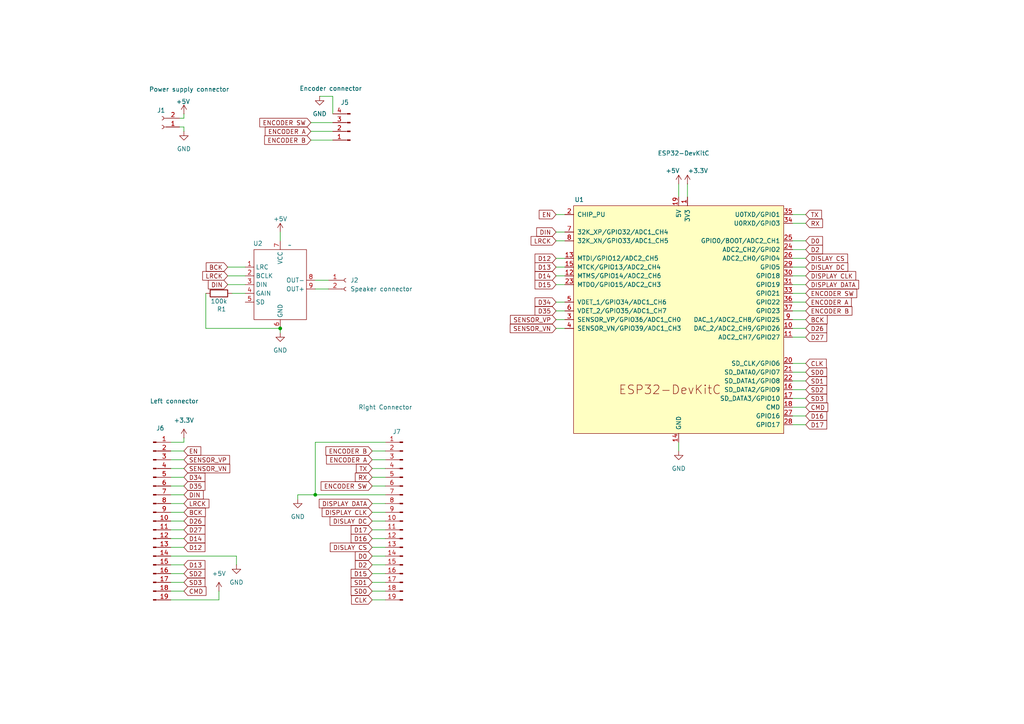
<source format=kicad_sch>
(kicad_sch (version 20231120) (generator "eeschema") (generator_version "8.0")
  (paper "A4")
  (title_block (title "Multi Room Room Board MAX98357A") (rev "1") (company "A Industriosa"))
  (lib_symbols
    (symbol "Connector:Conn_01x02_Socket" (pin_names (offset 1.016) hide)
      (property "Reference" "J" (at 0 2.54 0))
      (property "Value" "Conn_01x02_Socket" (at 0 -5.08 0))
      (symbol "Conn_01x02_Socket_1_1"
        (arc (start 0 -2.032) (mid -0.5058 -2.54) (end 0 -3.048) (stroke (width 0.1524)))
        (polyline (pts (xy -1.27 -2.54) (xy -0.508 -2.54)) (stroke (width 0.1524)))
        (polyline (pts (xy -1.27 0) (xy -0.508 0)) (stroke (width 0.1524)))
        (arc (start 0 0.508) (mid -0.5058 0) (end 0 -0.508) (stroke (width 0.1524)))
        (pin passive line (at -5.08 0 0) (length 3.81) (name "Pin_1") (number "1"))
        (pin passive line (at -5.08 -2.54 0) (length 3.81) (name "Pin_2") (number "2"))
      )
    )
    (symbol "Connector:Conn_01x04_Pin" (pin_names (offset 1.016) hide)
      (property "Reference" "J" (at 0 5.08 0))
      (property "Value" "Conn_01x04_Pin" (at 0 -7.62 0))
      (symbol "Conn_01x04_Pin_1_1"
        (polyline (pts (xy 1.27 -5.08) (xy 0.8636 -5.08)) (stroke (width 0.1524)))
        (polyline (pts (xy 1.27 -2.54) (xy 0.8636 -2.54)) (stroke (width 0.1524)))
        (polyline (pts (xy 1.27 0) (xy 0.8636 0)) (stroke (width 0.1524)))
        (polyline (pts (xy 1.27 2.54) (xy 0.8636 2.54)) (stroke (width 0.1524)))
        (rectangle (start 0.8636 -4.953) (end 0 -5.207) (stroke (width 0.1524)) (fill (type outline)))
        (rectangle (start 0.8636 -2.413) (end 0 -2.667) (stroke (width 0.1524)) (fill (type outline)))
        (rectangle (start 0.8636 0.127) (end 0 -0.127) (stroke (width 0.1524)) (fill (type outline)))
        (rectangle (start 0.8636 2.667) (end 0 2.413) (stroke (width 0.1524)) (fill (type outline)))
        (pin passive line (at 5.08 2.54 180) (length 3.81) (name "Pin_1") (number "1"))
        (pin passive line (at 5.08 0 180) (length 3.81) (name "Pin_2") (number "2"))
        (pin passive line (at 5.08 -2.54 180) (length 3.81) (name "Pin_3") (number "3"))
        (pin passive line (at 5.08 -5.08 180) (length 3.81) (name "Pin_4") (number "4"))
      )
    )
    (symbol "Connector:Conn_01x19_Pin" (pin_names (offset 1.016) hide)
      (property "Reference" "J" (at 0 25.4 0))
      (property "Value" "Conn_01x19_Pin" (at 0 -25.4 0))
      (symbol "Conn_01x19_Pin_1_1"
        (polyline (pts (xy 1.27 -22.86) (xy 0.8636 -22.86)) (stroke (width 0.1524)))
        (polyline (pts (xy 1.27 -20.32) (xy 0.8636 -20.32)) (stroke (width 0.1524)))
        (polyline (pts (xy 1.27 -17.78) (xy 0.8636 -17.78)) (stroke (width 0.1524)))
        (polyline (pts (xy 1.27 -15.24) (xy 0.8636 -15.24)) (stroke (width 0.1524)))
        (polyline (pts (xy 1.27 -12.7) (xy 0.8636 -12.7)) (stroke (width 0.1524)))
        (polyline (pts (xy 1.27 -10.16) (xy 0.8636 -10.16)) (stroke (width 0.1524)))
        (polyline (pts (xy 1.27 -7.62) (xy 0.8636 -7.62)) (stroke (width 0.1524)))
        (polyline (pts (xy 1.27 -5.08) (xy 0.8636 -5.08)) (stroke (width 0.1524)))
        (polyline (pts (xy 1.27 -2.54) (xy 0.8636 -2.54)) (stroke (width 0.1524)))
        (polyline (pts (xy 1.27 0) (xy 0.8636 0)) (stroke (width 0.1524)))
        (polyline (pts (xy 1.27 2.54) (xy 0.8636 2.54)) (stroke (width 0.1524)))
        (polyline (pts (xy 1.27 5.08) (xy 0.8636 5.08)) (stroke (width 0.1524)))
        (polyline (pts (xy 1.27 7.62) (xy 0.8636 7.62)) (stroke (width 0.1524)))
        (polyline (pts (xy 1.27 10.16) (xy 0.8636 10.16)) (stroke (width 0.1524)))
        (polyline (pts (xy 1.27 12.7) (xy 0.8636 12.7)) (stroke (width 0.1524)))
        (polyline (pts (xy 1.27 15.24) (xy 0.8636 15.24)) (stroke (width 0.1524)))
        (polyline (pts (xy 1.27 17.78) (xy 0.8636 17.78)) (stroke (width 0.1524)))
        (polyline (pts (xy 1.27 20.32) (xy 0.8636 20.32)) (stroke (width 0.1524)))
        (polyline (pts (xy 1.27 22.86) (xy 0.8636 22.86)) (stroke (width 0.1524)))
        (rectangle (start 0.8636 -22.733) (end 0 -22.987) (stroke (width 0.1524)) (fill (type outline)))
        (rectangle (start 0.8636 -20.193) (end 0 -20.447) (stroke (width 0.1524)) (fill (type outline)))
        (rectangle (start 0.8636 -17.653) (end 0 -17.907) (stroke (width 0.1524)) (fill (type outline)))
        (rectangle (start 0.8636 -15.113) (end 0 -15.367) (stroke (width 0.1524)) (fill (type outline)))
        (rectangle (start 0.8636 -12.573) (end 0 -12.827) (stroke (width 0.1524)) (fill (type outline)))
        (rectangle (start 0.8636 -10.033) (end 0 -10.287) (stroke (width 0.1524)) (fill (type outline)))
        (rectangle (start 0.8636 -7.493) (end 0 -7.747) (stroke (width 0.1524)) (fill (type outline)))
        (rectangle (start 0.8636 -4.953) (end 0 -5.207) (stroke (width 0.1524)) (fill (type outline)))
        (rectangle (start 0.8636 -2.413) (end 0 -2.667) (stroke (width 0.1524)) (fill (type outline)))
        (rectangle (start 0.8636 0.127) (end 0 -0.127) (stroke (width 0.1524)) (fill (type outline)))
        (rectangle (start 0.8636 2.667) (end 0 2.413) (stroke (width 0.1524)) (fill (type outline)))
        (rectangle (start 0.8636 5.207) (end 0 4.953) (stroke (width 0.1524)) (fill (type outline)))
        (rectangle (start 0.8636 7.747) (end 0 7.493) (stroke (width 0.1524)) (fill (type outline)))
        (rectangle (start 0.8636 10.287) (end 0 10.033) (stroke (width 0.1524)) (fill (type outline)))
        (rectangle (start 0.8636 12.827) (end 0 12.573) (stroke (width 0.1524)) (fill (type outline)))
        (rectangle (start 0.8636 15.367) (end 0 15.113) (stroke (width 0.1524)) (fill (type outline)))
        (rectangle (start 0.8636 17.907) (end 0 17.653) (stroke (width 0.1524)) (fill (type outline)))
        (rectangle (start 0.8636 20.447) (end 0 20.193) (stroke (width 0.1524)) (fill (type outline)))
        (rectangle (start 0.8636 22.987) (end 0 22.733) (stroke (width 0.1524)) (fill (type outline)))
        (pin passive line (at 5.08 22.86 180) (length 3.81) (name "Pin_1") (number "1"))
        (pin passive line (at 5.08 0 180) (length 3.81) (name "Pin_10") (number "10"))
        (pin passive line (at 5.08 -2.54 180) (length 3.81) (name "Pin_11") (number "11"))
        (pin passive line (at 5.08 -5.08 180) (length 3.81) (name "Pin_12") (number "12"))
        (pin passive line (at 5.08 -7.62 180) (length 3.81) (name "Pin_13") (number "13"))
        (pin passive line (at 5.08 -10.16 180) (length 3.81) (name "Pin_14") (number "14"))
        (pin passive line (at 5.08 -12.7 180) (length 3.81) (name "Pin_15") (number "15"))
        (pin passive line (at 5.08 -15.24 180) (length 3.81) (name "Pin_16") (number "16"))
        (pin passive line (at 5.08 -17.78 180) (length 3.81) (name "Pin_17") (number "17"))
        (pin passive line (at 5.08 -20.32 180) (length 3.81) (name "Pin_18") (number "18"))
        (pin passive line (at 5.08 -22.86 180) (length 3.81) (name "Pin_19") (number "19"))
        (pin passive line (at 5.08 20.32 180) (length 3.81) (name "Pin_2") (number "2"))
        (pin passive line (at 5.08 17.78 180) (length 3.81) (name "Pin_3") (number "3"))
        (pin passive line (at 5.08 15.24 180) (length 3.81) (name "Pin_4") (number "4"))
        (pin passive line (at 5.08 12.7 180) (length 3.81) (name "Pin_5") (number "5"))
        (pin passive line (at 5.08 10.16 180) (length 3.81) (name "Pin_6") (number "6"))
        (pin passive line (at 5.08 7.62 180) (length 3.81) (name "Pin_7") (number "7"))
        (pin passive line (at 5.08 5.08 180) (length 3.81) (name "Pin_8") (number "8"))
        (pin passive line (at 5.08 2.54 180) (length 3.81) (name "Pin_9") (number "9"))
      )
    )
    (symbol "Device:R" (pin_numbers hide) (pin_names (offset 0))
      (property "Reference" "R" (at 2.032 0 90))
      (property "Value" "R" (at 0 0 90))
      (symbol "R_0_1"
        (rectangle (start -1.016 -2.54) (end 1.016 2.54) (stroke (width 0.254)))
      )
      (symbol "R_1_1"
        (pin passive line (at 0 3.81 270) (length 1.27) (name "~") (number "1"))
        (pin passive line (at 0 -3.81 90) (length 1.27) (name "~") (number "2"))
      )
    )
    (symbol "PCM_Espressif:ESP32-DevKitC" (pin_names (offset 1.016))
      (property "Reference" "U" (at -30.48 38.1 0))
      (property "Value" "ESP32-DevKitC" (at -30.48 35.56 0))
      (symbol "ESP32-DevKitC_0_0"
        (text "ESP32-DevKitC" (at -2.54 -20.32 0) (effects (font (size 2.54 2.54))))
        (pin power_in line (at 0 -35.56 90) (length 2.54) (name "GND") (number "14"))
        (pin power_in line (at 0 35.56 270) (length 2.54) (name "5V") (number "19"))
      )
      (symbol "ESP32-DevKitC_0_1"
        (rectangle (start -30.48 33.02) (end 30.48 -33.02) (fill (type background)))
      )
      (symbol "ESP32-DevKitC_1_1"
        (pin power_in line (at 2.54 35.56 270) (length 2.54) (name "3V3") (number "1"))
        (pin bidirectional line (at 33.02 -2.54 180) (length 2.54) (name "DAC_2/ADC2_CH9/GPIO26") (number "10"))
        (pin bidirectional line (at 33.02 -5.08 180) (length 2.54) (name "ADC2_CH7/GPIO27") (number "11"))
        (pin bidirectional line (at -33.02 12.7 0) (length 2.54) (name "MTMS/GPIO14/ADC2_CH6") (number "12"))
        (pin bidirectional line (at -33.02 17.78 0) (length 2.54) (name "MTDI/GPIO12/ADC2_CH5") (number "13"))
        (pin bidirectional line (at -33.02 15.24 0) (length 2.54) (name "MTCK/GPIO13/ADC2_CH4") (number "15"))
        (pin bidirectional line (at 33.02 -20.32 180) (length 2.54) (name "SD_DATA2/GPIO9") (number "16"))
        (pin bidirectional line (at 33.02 -22.86 180) (length 2.54) (name "SD_DATA3/GPIO10") (number "17"))
        (pin bidirectional line (at 33.02 -25.4 180) (length 2.54) (name "CMD") (number "18"))
        (pin input line (at -33.02 30.48 0) (length 2.54) (name "CHIP_PU") (number "2"))
        (pin bidirectional line (at 33.02 -12.7 180) (length 2.54) (name "SD_CLK/GPIO6") (number "20"))
        (pin bidirectional line (at 33.02 -15.24 180) (length 2.54) (name "SD_DATA0/GPIO7") (number "21"))
        (pin bidirectional line (at 33.02 -17.78 180) (length 2.54) (name "SD_DATA1/GPIO8") (number "22"))
        (pin bidirectional line (at -33.02 10.16 0) (length 2.54) (name "MTDO/GPIO15/ADC2_CH3") (number "23"))
        (pin bidirectional line (at 33.02 20.32 180) (length 2.54) (name "ADC2_CH2/GPIO2") (number "24"))
        (pin bidirectional line (at 33.02 22.86 180) (length 2.54) (name "GPIO0/BOOT/ADC2_CH1") (number "25"))
        (pin bidirectional line (at 33.02 17.78 180) (length 2.54) (name "ADC2_CH0/GPIO4") (number "26"))
        (pin bidirectional line (at 33.02 -27.94 180) (length 2.54) (name "GPIO16") (number "27"))
        (pin bidirectional line (at 33.02 -30.48 180) (length 2.54) (name "GPIO17") (number "28"))
        (pin bidirectional line (at 33.02 15.24 180) (length 2.54) (name "GPIO5") (number "29"))
        (pin input line (at -33.02 0 0) (length 2.54) (name "SENSOR_VP/GPIO36/ADC1_CH0") (number "3"))
        (pin bidirectional line (at 33.02 12.7 180) (length 2.54) (name "GPIO18") (number "30"))
        (pin bidirectional line (at 33.02 10.16 180) (length 2.54) (name "GPIO19") (number "31"))
        (pin passive line (at 0 -35.56 90) (length 2.54) hide (name "GND") (number "32"))
        (pin bidirectional line (at 33.02 7.62 180) (length 2.54) (name "GPIO21") (number "33"))
        (pin bidirectional line (at 33.02 27.94 180) (length 2.54) (name "U0RXD/GPIO3") (number "34"))
        (pin bidirectional line (at 33.02 30.48 180) (length 2.54) (name "U0TXD/GPIO1") (number "35"))
        (pin bidirectional line (at 33.02 5.08 180) (length 2.54) (name "GPIO22") (number "36"))
        (pin bidirectional line (at 33.02 2.54 180) (length 2.54) (name "GPIO23") (number "37"))
        (pin passive line (at 0 -35.56 90) (length 2.54) hide (name "GND") (number "38"))
        (pin input line (at -33.02 -2.54 0) (length 2.54) (name "SENSOR_VN/GPIO39/ADC1_CH3") (number "4"))
        (pin input line (at -33.02 5.08 0) (length 2.54) (name "VDET_1/GPIO34/ADC1_CH6") (number "5"))
        (pin input line (at -33.02 2.54 0) (length 2.54) (name "VDET_2/GPIO35/ADC1_CH7") (number "6"))
        (pin bidirectional line (at -33.02 25.4 0) (length 2.54) (name "32K_XP/GPIO32/ADC1_CH4") (number "7"))
        (pin bidirectional line (at -33.02 22.86 0) (length 2.54) (name "32K_XN/GPIO33/ADC1_CH5") (number "8"))
        (pin bidirectional line (at 33.02 0 180) (length 2.54) (name "DAC_1/ADC2_CH8/GPIO25") (number "9"))
      )
    )
    (symbol "fab:MAX98357A"
      (property "Reference" "U" (at -1.27 1.016 0))
      (symbol "MAX98357A_0_1"
        (rectangle (start -7.62 10.16) (end 7.62 -10.16))
      )
      (symbol "MAX98357A_1_1"
        (pin input line (at -10.16 5.08 0) (length 2.54) (name "LRC") (number "1"))
        (pin input line (at -10.16 2.54 0) (length 2.54) (name "BCLK") (number "2"))
        (pin input line (at -10.16 0 0) (length 2.54) (name "DIN") (number "3"))
        (pin input line (at -10.16 -2.54 0) (length 2.54) (name "GAIN") (number "4"))
        (pin input line (at -10.16 -5.08 0) (length 2.54) (name "SD") (number "5"))
        (pin power_out line (at 0 -12.7 90) (length 2.54) (name "GND") (number "6"))
        (pin power_in line (at 0 12.7 270) (length 2.54) (name "VCC") (number "7"))
        (pin output line (at 10.16 1.27 180) (length 2.54) (name "OUT-") (number "8"))
        (pin output line (at 10.16 -1.27 180) (length 2.54) (name "OUT+") (number "9"))
      )
    )
    (symbol "power:+12V" (power) (pin_numbers hide) (pin_names (offset 0) hide)
      (property "Value" "+12V" (at 0 3.556 0))
      (symbol "+12V_0_1"
        (polyline (pts (xy -0.762 1.27) (xy 0 2.54)))
        (polyline (pts (xy 0 0) (xy 0 2.54)))
        (polyline (pts (xy 0 2.54) (xy 0.762 1.27)))
      )
      (symbol "+12V_1_1"
        (pin power_in line (at 0 0 90) (length 0) (name "~") (number "1"))
      )
    )
    (symbol "power:+3.3V" (power) (pin_numbers hide) (pin_names (offset 0) hide)
      (property "Value" "+3.3V" (at 0 3.556 0))
      (symbol "+3.3V_0_1"
        (polyline (pts (xy -0.762 1.27) (xy 0 2.54)))
        (polyline (pts (xy 0 0) (xy 0 2.54)))
        (polyline (pts (xy 0 2.54) (xy 0.762 1.27)))
      )
      (symbol "+3.3V_1_1"
        (pin power_in line (at 0 0 90) (length 0) (name "~") (number "1"))
      )
    )
    (symbol "power:GND" (power) (pin_numbers hide) (pin_names (offset 0) hide)
      (property "Value" "GND" (at 0 -3.81 0))
      (symbol "GND_0_1"
        (polyline (pts (xy 0 0) (xy 0 -1.27) (xy 1.27 -1.27) (xy 0 -2.54) (xy -1.27 -1.27) (xy 0 -1.27)))
      )
      (symbol "GND_1_1"
        (pin power_in line (at 0 0 270) (length 0) (name "~") (number "1"))
      )
    )
  )
  (junction (at 91.44 143.51))
  (junction (at 81.28 95.25))
  (wire (pts (xy 161.29 92.71) (xy 163.83 92.71)))
  (wire (pts (xy 81.28 95.25) (xy 81.28 96.52)))
  (wire (pts (xy 161.29 90.17) (xy 163.83 90.17)))
  (wire (pts (xy 68.58 161.29) (xy 49.53 161.29)))
  (wire (pts (xy 90.17 38.1) (xy 96.52 38.1)))
  (wire (pts (xy 229.87 107.95) (xy 233.68 107.95)))
  (wire (pts (xy 161.29 82.55) (xy 163.83 82.55)))
  (wire (pts (xy 96.52 27.94) (xy 92.71 27.94)))
  (wire (pts (xy 229.87 64.77) (xy 233.68 64.77)))
  (wire (pts (xy 111.76 163.83) (xy 107.95 163.83)))
  (wire (pts (xy 229.87 90.17) (xy 233.68 90.17)))
  (wire (pts (xy 53.34 128.27) (xy 53.34 127)))
  (wire (pts (xy 52.07 34.29) (xy 53.34 34.29)))
  (wire (pts (xy 229.87 74.93) (xy 233.68 74.93)))
  (wire (pts (xy 90.17 35.56) (xy 96.52 35.56)))
  (wire (pts (xy 59.69 95.25) (xy 81.28 95.25)))
  (wire (pts (xy 53.34 36.83) (xy 53.34 38.1)))
  (wire (pts (xy 91.44 81.28) (xy 95.25 81.28)))
  (wire (pts (xy 111.76 151.13) (xy 107.95 151.13)))
  (wire (pts (xy 229.87 72.39) (xy 233.68 72.39)))
  (wire (pts (xy 91.44 128.27) (xy 91.44 143.51)))
  (wire (pts (xy 59.69 85.09) (xy 59.69 95.25)))
  (wire (pts (xy 111.76 156.21) (xy 107.95 156.21)))
  (wire (pts (xy 111.76 133.35) (xy 107.95 133.35)))
  (wire (pts (xy 161.29 74.93) (xy 163.83 74.93)))
  (wire (pts (xy 49.53 143.51) (xy 53.34 143.51)))
  (wire (pts (xy 90.17 40.64) (xy 96.52 40.64)))
  (wire (pts (xy 229.87 123.19) (xy 233.68 123.19)))
  (wire (pts (xy 68.58 163.83) (xy 68.58 161.29)))
  (wire (pts (xy 49.53 163.83) (xy 53.34 163.83)))
  (wire (pts (xy 111.76 140.97) (xy 107.95 140.97)))
  (wire (pts (xy 111.76 173.99) (xy 107.95 173.99)))
  (wire (pts (xy 49.53 133.35) (xy 53.34 133.35)))
  (wire (pts (xy 49.53 156.21) (xy 53.34 156.21)))
  (wire (pts (xy 86.36 143.51) (xy 86.36 144.78)))
  (wire (pts (xy 49.53 153.67) (xy 53.34 153.67)))
  (wire (pts (xy 229.87 105.41) (xy 233.68 105.41)))
  (wire (pts (xy 111.76 138.43) (xy 107.95 138.43)))
  (wire (pts (xy 229.87 110.49) (xy 233.68 110.49)))
  (wire (pts (xy 229.87 120.65) (xy 233.68 120.65)))
  (wire (pts (xy 161.29 87.63) (xy 163.83 87.63)))
  (wire (pts (xy 49.53 138.43) (xy 53.34 138.43)))
  (wire (pts (xy 161.29 67.31) (xy 163.83 67.31)))
  (wire (pts (xy 49.53 171.45) (xy 53.34 171.45)))
  (wire (pts (xy 229.87 85.09) (xy 233.68 85.09)))
  (wire (pts (xy 229.87 113.03) (xy 233.68 113.03)))
  (wire (pts (xy 86.36 143.51) (xy 91.44 143.51)))
  (wire (pts (xy 49.53 146.05) (xy 53.34 146.05)))
  (wire (pts (xy 229.87 118.11) (xy 233.68 118.11)))
  (wire (pts (xy 66.04 82.55) (xy 71.12 82.55)))
  (wire (pts (xy 196.85 57.15) (xy 196.85 53.34)))
  (wire (pts (xy 111.76 135.89) (xy 107.95 135.89)))
  (wire (pts (xy 66.04 80.01) (xy 71.12 80.01)))
  (wire (pts (xy 111.76 166.37) (xy 107.95 166.37)))
  (wire (pts (xy 53.34 34.29) (xy 53.34 33.02)))
  (wire (pts (xy 229.87 82.55) (xy 233.68 82.55)))
  (wire (pts (xy 111.76 158.75) (xy 107.95 158.75)))
  (wire (pts (xy 111.76 168.91) (xy 107.95 168.91)))
  (wire (pts (xy 111.76 148.59) (xy 107.95 148.59)))
  (wire (pts (xy 229.87 115.57) (xy 233.68 115.57)))
  (wire (pts (xy 91.44 83.82) (xy 95.25 83.82)))
  (wire (pts (xy 91.44 128.27) (xy 111.76 128.27)))
  (wire (pts (xy 111.76 146.05) (xy 107.95 146.05)))
  (wire (pts (xy 49.53 148.59) (xy 53.34 148.59)))
  (wire (pts (xy 199.39 57.15) (xy 199.39 53.34)))
  (wire (pts (xy 161.29 77.47) (xy 163.83 77.47)))
  (wire (pts (xy 49.53 166.37) (xy 53.34 166.37)))
  (wire (pts (xy 161.29 69.85) (xy 163.83 69.85)))
  (wire (pts (xy 49.53 128.27) (xy 53.34 128.27)))
  (wire (pts (xy 49.53 140.97) (xy 53.34 140.97)))
  (wire (pts (xy 229.87 62.23) (xy 233.68 62.23)))
  (wire (pts (xy 81.28 67.31) (xy 81.28 69.85)))
  (wire (pts (xy 161.29 80.01) (xy 163.83 80.01)))
  (wire (pts (xy 196.85 128.27) (xy 196.85 130.81)))
  (wire (pts (xy 111.76 171.45) (xy 107.95 171.45)))
  (wire (pts (xy 49.53 130.81) (xy 53.34 130.81)))
  (wire (pts (xy 49.53 173.99) (xy 63.5 173.99)))
  (wire (pts (xy 229.87 95.25) (xy 233.68 95.25)))
  (wire (pts (xy 161.29 62.23) (xy 163.83 62.23)))
  (wire (pts (xy 66.04 77.47) (xy 71.12 77.47)))
  (wire (pts (xy 229.87 87.63) (xy 233.68 87.63)))
  (wire (pts (xy 111.76 153.67) (xy 107.95 153.67)))
  (wire (pts (xy 49.53 158.75) (xy 53.34 158.75)))
  (wire (pts (xy 63.5 173.99) (xy 63.5 171.45)))
  (wire (pts (xy 161.29 95.25) (xy 163.83 95.25)))
  (wire (pts (xy 49.53 135.89) (xy 53.34 135.89)))
  (wire (pts (xy 229.87 69.85) (xy 233.68 69.85)))
  (wire (pts (xy 111.76 130.81) (xy 107.95 130.81)))
  (wire (pts (xy 229.87 80.01) (xy 233.68 80.01)))
  (wire (pts (xy 52.07 36.83) (xy 53.34 36.83)))
  (wire (pts (xy 96.52 33.02) (xy 96.52 27.94)))
  (wire (pts (xy 49.53 168.91) (xy 53.34 168.91)))
  (wire (pts (xy 49.53 151.13) (xy 53.34 151.13)))
  (wire (pts (xy 111.76 161.29) (xy 107.95 161.29)))
  (wire (pts (xy 229.87 77.47) (xy 233.68 77.47)))
  (wire (pts (xy 71.12 85.09) (xy 67.31 85.09)))
  (wire (pts (xy 229.87 92.71) (xy 233.68 92.71)))
  (wire (pts (xy 111.76 143.51) (xy 91.44 143.51)))
  (wire (pts (xy 229.87 97.79) (xy 233.68 97.79)))
  (global_label "D17" (shape input) (at 107.95 153.67 180) (property "Intersheetrefs" "${INTERSHEET_REFS}" (effects (hide yes))))
  (global_label "DIN" (shape input) (at 66.04 82.55 180) (property "Intersheetrefs" "${INTERSHEET_REFS}" (effects (hide yes))))
  (global_label "D17" (shape input) (at 233.68 123.19 0) (property "Intersheetrefs" "${INTERSHEET_REFS}" (effects (hide yes))))
  (global_label "SD2" (shape input) (at 53.34 166.37 0) (property "Intersheetrefs" "${INTERSHEET_REFS}" (effects (hide yes))))
  (global_label "D13" (shape input) (at 161.29 77.47 180) (property "Intersheetrefs" "${INTERSHEET_REFS}" (effects (hide yes))))
  (global_label "DIN" (shape input) (at 53.34 143.51 0) (property "Intersheetrefs" "${INTERSHEET_REFS}" (effects (hide yes))))
  (global_label "D12" (shape input) (at 161.29 74.93 180) (property "Intersheetrefs" "${INTERSHEET_REFS}" (effects (hide yes))))
  (global_label "BCK" (shape input) (at 233.68 92.71 0) (property "Intersheetrefs" "${INTERSHEET_REFS}" (effects (hide yes))))
  (global_label "D27" (shape input) (at 233.68 97.79 0) (property "Intersheetrefs" "${INTERSHEET_REFS}" (effects (hide yes))))
  (global_label "D34" (shape input) (at 161.29 87.63 180) (property "Intersheetrefs" "${INTERSHEET_REFS}" (effects (hide yes))))
  (global_label "D14" (shape input) (at 53.34 156.21 0) (property "Intersheetrefs" "${INTERSHEET_REFS}" (effects (hide yes))))
  (global_label "SD2" (shape input) (at 233.68 113.03 0) (property "Intersheetrefs" "${INTERSHEET_REFS}" (effects (hide yes))))
  (global_label "CMD" (shape input) (at 233.68 118.11 0) (property "Intersheetrefs" "${INTERSHEET_REFS}" (effects (hide yes))))
  (global_label "SENSOR_VP" (shape input) (at 53.34 133.35 0) (property "Intersheetrefs" "${INTERSHEET_REFS}" (effects (hide yes))))
  (global_label "D16" (shape input) (at 233.68 120.65 0) (property "Intersheetrefs" "${INTERSHEET_REFS}" (effects (hide yes))))
  (global_label "SD3" (shape input) (at 53.34 168.91 0) (property "Intersheetrefs" "${INTERSHEET_REFS}" (effects (hide yes))))
  (global_label "SD0" (shape input) (at 107.95 171.45 180) (property "Intersheetrefs" "${INTERSHEET_REFS}" (effects (hide yes))))
  (global_label "ENCODER SW" (shape input) (at 233.68 85.09 0) (property "Intersheetrefs" "${INTERSHEET_REFS}" (effects (hide yes))))
  (global_label "SENSOR_VN" (shape input) (at 161.29 95.25 180) (property "Intersheetrefs" "${INTERSHEET_REFS}" (effects (hide yes))))
  (global_label "DISLAY DC" (shape input) (at 233.68 77.47 0) (property "Intersheetrefs" "${INTERSHEET_REFS}" (effects (hide yes))))
  (global_label "D13" (shape input) (at 53.34 163.83 0) (property "Intersheetrefs" "${INTERSHEET_REFS}" (effects (hide yes))))
  (global_label "ENCODER B" (shape input) (at 107.95 130.81 180) (property "Intersheetrefs" "${INTERSHEET_REFS}" (effects (hide yes))))
  (global_label "ENCODER SW" (shape input) (at 107.95 140.97 180) (property "Intersheetrefs" "${INTERSHEET_REFS}" (effects (hide yes))))
  (global_label "SD1" (shape input) (at 107.95 168.91 180) (property "Intersheetrefs" "${INTERSHEET_REFS}" (effects (hide yes))))
  (global_label "D35" (shape input) (at 161.29 90.17 180) (property "Intersheetrefs" "${INTERSHEET_REFS}" (effects (hide yes))))
  (global_label "DISPLAY CLK" (shape input) (at 107.95 148.59 180) (property "Intersheetrefs" "${INTERSHEET_REFS}" (effects (hide yes))))
  (global_label "TX" (shape input) (at 107.95 135.89 180) (property "Intersheetrefs" "${INTERSHEET_REFS}" (effects (hide yes))))
  (global_label "ENCODER A" (shape input) (at 107.95 133.35 180) (property "Intersheetrefs" "${INTERSHEET_REFS}" (effects (hide yes))))
  (global_label "DISPLAY CLK" (shape input) (at 233.68 80.01 0) (property "Intersheetrefs" "${INTERSHEET_REFS}" (effects (hide yes))))
  (global_label "SENSOR_VP" (shape input) (at 161.29 92.71 180) (property "Intersheetrefs" "${INTERSHEET_REFS}" (effects (hide yes))))
  (global_label "D2" (shape input) (at 233.68 72.39 0) (property "Intersheetrefs" "${INTERSHEET_REFS}" (effects (hide yes))))
  (global_label "DISPLAY DATA" (shape input) (at 233.68 82.55 0) (property "Intersheetrefs" "${INTERSHEET_REFS}" (effects (hide yes))))
  (global_label "TX" (shape input) (at 233.68 62.23 0) (property "Intersheetrefs" "${INTERSHEET_REFS}" (effects (hide yes))))
  (global_label "LRCK" (shape input) (at 66.04 80.01 180) (property "Intersheetrefs" "${INTERSHEET_REFS}" (effects (hide yes))))
  (global_label "D15" (shape input) (at 107.95 166.37 180) (property "Intersheetrefs" "${INTERSHEET_REFS}" (effects (hide yes))))
  (global_label "CLK" (shape input) (at 107.95 173.99 180) (property "Intersheetrefs" "${INTERSHEET_REFS}" (effects (hide yes))))
  (global_label "D16" (shape input) (at 107.95 156.21 180) (property "Intersheetrefs" "${INTERSHEET_REFS}" (effects (hide yes))))
  (global_label "D2" (shape input) (at 107.95 163.83 180) (property "Intersheetrefs" "${INTERSHEET_REFS}" (effects (hide yes))))
  (global_label "CMD" (shape input) (at 53.34 171.45 0) (property "Intersheetrefs" "${INTERSHEET_REFS}" (effects (hide yes))))
  (global_label "RX" (shape input) (at 107.95 138.43 180) (property "Intersheetrefs" "${INTERSHEET_REFS}" (effects (hide yes))))
  (global_label "D26" (shape input) (at 53.34 151.13 0) (property "Intersheetrefs" "${INTERSHEET_REFS}" (effects (hide yes))))
  (global_label "SD1" (shape input) (at 233.68 110.49 0) (property "Intersheetrefs" "${INTERSHEET_REFS}" (effects (hide yes))))
  (global_label "LRCK" (shape input) (at 53.34 146.05 0) (property "Intersheetrefs" "${INTERSHEET_REFS}" (effects (hide yes))))
  (global_label "DISLAY CS" (shape input) (at 233.68 74.93 0) (property "Intersheetrefs" "${INTERSHEET_REFS}" (effects (hide yes))))
  (global_label "DISLAY CS" (shape input) (at 107.95 158.75 180) (property "Intersheetrefs" "${INTERSHEET_REFS}" (effects (hide yes))))
  (global_label "EN" (shape input) (at 161.29 62.23 180) (property "Intersheetrefs" "${INTERSHEET_REFS}" (effects (hide yes))))
  (global_label "ENCODER A" (shape input) (at 90.17 38.1 180) (property "Intersheetrefs" "${INTERSHEET_REFS}" (effects (hide yes))))
  (global_label "D15" (shape input) (at 161.29 82.55 180) (property "Intersheetrefs" "${INTERSHEET_REFS}" (effects (hide yes))))
  (global_label "DISLAY DC" (shape input) (at 107.95 151.13 180) (property "Intersheetrefs" "${INTERSHEET_REFS}" (effects (hide yes))))
  (global_label "D27" (shape input) (at 53.34 153.67 0) (property "Intersheetrefs" "${INTERSHEET_REFS}" (effects (hide yes))))
  (global_label "D34" (shape input) (at 53.34 138.43 0) (property "Intersheetrefs" "${INTERSHEET_REFS}" (effects (hide yes))))
  (global_label "ENCODER A" (shape input) (at 233.68 87.63 0) (property "Intersheetrefs" "${INTERSHEET_REFS}" (effects (hide yes))))
  (global_label "ENCODER SW" (shape input) (at 90.17 35.56 180) (property "Intersheetrefs" "${INTERSHEET_REFS}" (effects (hide yes))))
  (global_label "D12" (shape input) (at 53.34 158.75 0) (property "Intersheetrefs" "${INTERSHEET_REFS}" (effects (hide yes))))
  (global_label "D0" (shape input) (at 233.68 69.85 0) (property "Intersheetrefs" "${INTERSHEET_REFS}" (effects (hide yes))))
  (global_label "EN" (shape input) (at 53.34 130.81 0) (property "Intersheetrefs" "${INTERSHEET_REFS}" (effects (hide yes))))
  (global_label "LRCK" (shape input) (at 161.29 69.85 180) (property "Intersheetrefs" "${INTERSHEET_REFS}" (effects (hide yes))))
  (global_label "D35" (shape input) (at 53.34 140.97 0) (property "Intersheetrefs" "${INTERSHEET_REFS}" (effects (hide yes))))
  (global_label "SD0" (shape input) (at 233.68 107.95 0) (property "Intersheetrefs" "${INTERSHEET_REFS}" (effects (hide yes))))
  (global_label "BCK" (shape input) (at 66.04 77.47 180) (property "Intersheetrefs" "${INTERSHEET_REFS}" (effects (hide yes))))
  (global_label "SENSOR_VN" (shape input) (at 53.34 135.89 0) (property "Intersheetrefs" "${INTERSHEET_REFS}" (effects (hide yes))))
  (global_label "D0" (shape input) (at 107.95 161.29 180) (property "Intersheetrefs" "${INTERSHEET_REFS}" (effects (hide yes))))
  (global_label "D26" (shape input) (at 233.68 95.25 0) (property "Intersheetrefs" "${INTERSHEET_REFS}" (effects (hide yes))))
  (global_label "BCK" (shape input) (at 53.34 148.59 0) (property "Intersheetrefs" "${INTERSHEET_REFS}" (effects (hide yes))))
  (global_label "RX" (shape input) (at 233.68 64.77 0) (property "Intersheetrefs" "${INTERSHEET_REFS}" (effects (hide yes))))
  (global_label "ENCODER B" (shape input) (at 90.17 40.64 180) (property "Intersheetrefs" "${INTERSHEET_REFS}" (effects (hide yes))))
  (global_label "DIN" (shape input) (at 161.29 67.31 180) (property "Intersheetrefs" "${INTERSHEET_REFS}" (effects (hide yes))))
  (global_label "ENCODER B" (shape input) (at 233.68 90.17 0) (property "Intersheetrefs" "${INTERSHEET_REFS}" (effects (hide yes))))
  (global_label "DISPLAY DATA" (shape input) (at 107.95 146.05 180) (property "Intersheetrefs" "${INTERSHEET_REFS}" (effects (hide yes))))
  (global_label "CLK" (shape input) (at 233.68 105.41 0) (property "Intersheetrefs" "${INTERSHEET_REFS}" (effects (hide yes))))
  (global_label "D14" (shape input) (at 161.29 80.01 180) (property "Intersheetrefs" "${INTERSHEET_REFS}" (effects (hide yes))))
  (global_label "SD3" (shape input) (at 233.68 115.57 0) (property "Intersheetrefs" "${INTERSHEET_REFS}" (effects (hide yes))))
  (symbol (lib_id "power:GND") (at 86.36 144.78 0) (mirror y) (unit 1)
    (property "Reference" "#PWR020" (effects (hide yes)))
    (property "Value" "GND" (at 86.36 149.86 0))
    (property "Description" "Power symbol creates a global label with name \"GND\" , ground" (effects (hide yes)))
  )
  (symbol (lib_id "power:GND") (at 196.85 130.81 0) (unit 1)
    (property "Reference" "#PWR01" (effects (hide yes)))
    (property "Value" "GND" (at 196.85 135.89 0))
    (property "Description" "Power symbol creates a global label with name \"GND\" , ground" (effects (hide yes)))
  )
  (symbol (lib_id "Connector:Conn_01x04_Pin") (at 101.6 38.1 180) (unit 1)
    (property "Reference" "J5" (at 98.806 29.718 0) (effects (justify right)))
    (property "Value" "Encoder connector" (at 86.868 25.654 0) (effects (justify right)))
    (property "Footprint" "fab:JST_XH_B4B-XH-A_1x04_P2.50mm_Vertical" (effects (hide yes)))
    (property "Description" "Generic connector, single row, 01x04, script generated" (effects (hide yes)))
  )
  (symbol (lib_id "power:+3.3V") (at 63.5 171.45 0) (unit 1)
    (property "Reference" "#PWR019" (effects (hide yes)))
    (property "Value" "+5V" (at 63.5 166.37 0))
    (property "Description" "Power symbol creates a global label with name \"+3.3V\"" (effects (hide yes)))
  )
  (symbol (lib_id "power:+12V") (at 53.34 33.02 0) (unit 1)
    (property "Reference" "#PWR04" (effects (hide yes)))
    (property "Value" "+5V" (at 51.054 29.464 0) (effects (justify left)))
    (property "Description" "Power symbol creates a global label with name \"+12V\"" (effects (hide yes)))
  )
  (symbol (lib_id "fab:MAX98357A") (at 81.28 82.55 0) (unit 1)
    (property "Reference" "U2" (at 73.406 70.612 0) (effects (justify left)))
    (property "Value" "~" (at 83.4741 71.12 0) (effects (justify left)))
    (property "Footprint" "fab:MAX98357A" (effects (hide yes)))
  )
  (symbol (lib_id "power:+3.3V") (at 53.34 127 0) (unit 1)
    (property "Reference" "#PWR017" (effects (hide yes)))
    (property "Value" "+3.3V" (at 53.34 121.92 0))
    (property "Description" "Power symbol creates a global label with name \"+3.3V\"" (effects (hide yes)))
  )
  (symbol (lib_id "power:GND") (at 53.34 38.1 0) (unit 1)
    (property "Reference" "#PWR03" (effects (hide yes)))
    (property "Value" "GND" (at 53.34 43.18 0))
    (property "Description" "Power symbol creates a global label with name \"GND\" , ground" (effects (hide yes)))
  )
  (symbol (lib_id "power:+3.3V") (at 199.39 53.34 0) (unit 1)
    (property "Reference" "#PWR08" (effects (hide yes)))
    (property "Value" "+3.3V" (at 202.438 49.53 0))
    (property "Description" "Power symbol creates a global label with name \"+3.3V\"" (effects (hide yes)))
  )
  (symbol (lib_id "Connector:Conn_01x02_Socket") (at 100.33 81.28 0) (unit 1)
    (property "Reference" "J2" (at 101.6 81.2799 0) (effects (justify left)))
    (property "Value" "Speaker connector" (at 101.6 83.8199 0) (effects (justify left)))
    (property "Footprint" "fab:JST_XH_B2B-XH-A_1x02_P2.50mm_Vertical" (effects (hide yes)))
    (property "Description" "Generic connector, single row, 01x02, script generated" (effects (hide yes)))
  )
  (symbol (lib_id "power:GND") (at 92.71 27.94 0) (unit 1)
    (property "Reference" "#PWR013" (effects (hide yes)))
    (property "Value" "GND" (at 92.71 33.02 0))
    (property "Description" "Power symbol creates a global label with name \"GND\" , ground" (effects (hide yes)))
  )
  (symbol (lib_id "Connector:Conn_01x19_Pin") (at 116.84 151.13 0) (mirror y) (unit 1)
    (property "Reference" "J7" (at 115.062 125.222 0))
    (property "Value" "Right Connector" (at 111.76 118.11 0))
    (property "Footprint" "fab:PinHeader_1x19_P2.54mm_Vertical" (effects (hide yes)))
    (property "Description" "Generic connector, single row, 01x19, script generated" (effects (hide yes)))
  )
  (symbol (lib_id "power:GND") (at 81.28 96.52 0) (unit 1)
    (property "Reference" "#PWR02" (effects (hide yes)))
    (property "Value" "GND" (at 81.28 101.6 0))
    (property "Description" "Power symbol creates a global label with name \"GND\" , ground" (effects (hide yes)))
  )
  (symbol (lib_id "Device:R") (at 63.5 85.09 90) (unit 1)
    (property "Reference" "R1" (at 64.262 89.662 90))
    (property "Value" "100k" (at 63.5 87.376 90))
    (property "Footprint" "fab:R_Axial_DIN0207_L6.3mm_D2.5mm_P7.62mm_Horizontal" (effects (hide yes)))
    (property "Description" "Resistor" (effects (hide yes)))
  )
  (symbol (lib_id "power:+12V") (at 196.85 53.34 0) (unit 1)
    (property "Reference" "#PWR07" (effects (hide yes)))
    (property "Value" "+5V" (at 193.04 49.53 0) (effects (justify left)))
    (property "Description" "Power symbol creates a global label with name \"+12V\"" (effects (hide yes)))
  )
  (symbol (lib_id "PCM_Espressif:ESP32-DevKitC") (at 196.85 92.71 0) (unit 1)
    (property "Reference" "U1" (at 166.624 57.912 0) (effects (justify left)))
    (property "Value" "ESP32-DevKitC" (at 190.754 44.45 0) (effects (justify left)))
    (property "Footprint" "fab:ESP32-DevKitC" (effects (hide yes)))
    (property "Datasheet" "https://docs.espressif.com/projects/esp-idf/zh_CN/latest/esp32/hw-reference/esp32/get-started-devkitc.html" (effects (hide yes)))
    (property "Description" "Development Kit" (effects (hide yes)))
  )
  (symbol (lib_id "power:GND") (at 68.58 163.83 0) (unit 1)
    (property "Reference" "#PWR018" (effects (hide yes)))
    (property "Value" "GND" (at 68.58 168.91 0))
    (property "Description" "Power symbol creates a global label with name \"GND\" , ground" (effects (hide yes)))
  )
  (symbol (lib_id "power:+3.3V") (at 81.28 67.31 0) (unit 1)
    (property "Reference" "#PWR05" (effects (hide yes)))
    (property "Value" "+5V" (at 79.248 63.5 0) (effects (justify left)))
    (property "Description" "Power symbol creates a global label with name \"+3.3V\"" (effects (hide yes)))
  )
  (symbol (lib_id "Connector:Conn_01x19_Pin") (at 44.45 151.13 0) (unit 1)
    (property "Reference" "J6" (at 46.482 124.206 0))
    (property "Value" "Left connector" (at 50.546 116.332 0))
    (property "Footprint" "fab:PinHeader_1x19_P2.54mm_Vertical" (effects (hide yes)))
    (property "Description" "Generic connector, single row, 01x19, script generated" (effects (hide yes)))
  )
  (symbol (lib_id "Connector:Conn_01x02_Socket") (at 46.99 36.83 180) (unit 1)
    (property "Reference" "J1" (at 46.736 32.004 0))
    (property "Value" "Power supply connector" (at 54.864 25.908 0))
    (property "Footprint" "fab:JST_XH_B2B-XH-A_1x02_P2.50mm_Vertical" (effects (hide yes)))
    (property "Description" "Generic connector, single row, 01x02, script generated" (effects (hide yes)))
  )
)
</source>
